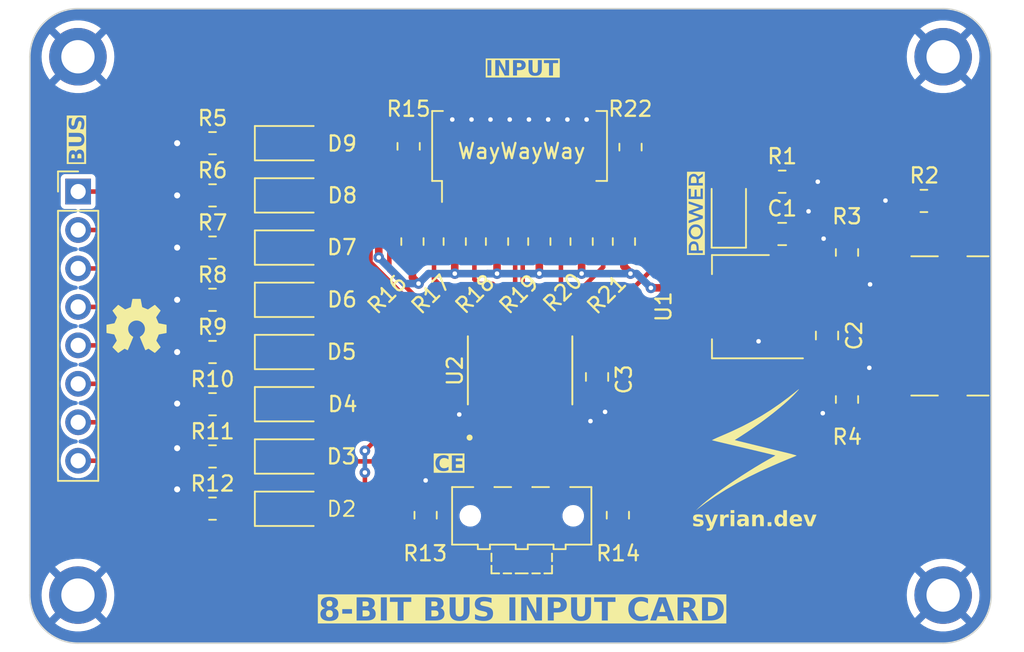
<source format=kicad_pcb>
(kicad_pcb (version 20221018) (generator pcbnew)
  (layers (0 "F.Cu" signal) (31 "B.Cu" power) (34 "B.Paste" user) (35 "F.Paste" user) (36 "B.SilkS" user "B.Silkscreen") (37 "F.SilkS" user "F.Silkscreen") (38 "B.Mask" user) (39 "F.Mask" user) (44 "Edge.Cuts" user))
  (net 0 "")
  (net 1 "VBUS")
  (net 2 "GND")
  (net 3 "VCC")
  (net 4 "Net-(U2-CE)")
  (net 5 "Net-(D1-K)")
  (net 6 "Net-(D2-K)")
  (net 7 "Net-(D2-A)")
  (net 8 "Net-(D3-K)")
  (net 9 "Net-(D3-A)")
  (net 10 "Net-(D4-K)")
  (net 11 "Net-(D4-A)")
  (net 12 "Net-(D5-K)")
  (net 13 "Net-(D5-A)")
  (net 14 "Net-(D6-K)")
  (net 15 "Net-(D6-A)")
  (net 16 "Net-(D7-K)")
  (net 17 "Net-(D7-A)")
  (net 18 "Net-(D8-K)")
  (net 19 "Net-(D8-A)")
  (net 20 "Net-(D9-K)")
  (net 21 "Net-(D9-A)")
  (net 22 "Net-(J1-CC1)")
  (net 23 "Net-(J1-CC2)")
  (net 24 "Net-(J1-SHIELD)")
  (net 25 "Net-(SW1-A)")
  (net 26 "Net-(SW1-B)")
  (net 27 "Net-(U2-B0)")
  (net 28 "Net-(U2-B1)")
  (net 29 "Net-(U2-B2)")
  (net 30 "Net-(U2-B3)")
  (net 31 "Net-(U2-B4)")
  (net 32 "Net-(U2-B5)")
  (net 33 "Net-(U2-B6)")
  (net 34 "Net-(U2-B7)")
  (footprint "LED_SMD:LED_1206_3216Metric" (layer "F.Cu") (at 134.344451 90.291017)
    (fp_text reference "D7")
    (fp_text value "GREEN")
  )
  (footprint "Resistor_SMD:R_0805_2012Metric" (layer "F.Cu") (at 156.4386 89.8925 -90)
    (fp_text reference "R21")
    (fp_text value "1k")
  )
  (footprint "Resistor_SMD:R_0805_2012Metric" (layer "F.Cu") (at 129.264451 93.739588)
    (fp_text reference "R8")
    (fp_text value "1k")
  )
  (footprint "LED_SMD:LED_1206_3216Metric" (layer "F.Cu") (at 134.344451 107.5436)
    (fp_text reference "D2")
    (fp_text value "GREEN")
  )
  (footprint "Capacitor_SMD:C_0805_2012Metric" (layer "F.Cu") (at 154.664451 98.832367 -90)
    (fp_text reference "C3")
    (fp_text value "22uF")
  )
  (footprint "Resistor_SMD:R_0805_2012Metric" (layer "F.Cu") (at 129.264451 83.393875)
    (fp_text reference "R5")
    (fp_text value "1k")
  )
  (footprint "Resistor_SMD:R_0805_2012Metric" (layer "F.Cu") (at 129.264451 97.188159)
    (fp_text reference "R9")
    (fp_text value "1k")
  )
  (footprint "Connector_PinHeader_2.54mm:PinHeader_1x08_P2.54mm_Vertical" (layer "F.Cu") (at 120.387374 86.588875)
    (fp_text reference "J2")
    (fp_text value "Pin Header")
  )
  (footprint "Resistor_SMD:R_0805_2012Metric" (layer "F.Cu") (at 171.174451 100.325438 -90)
    (fp_text reference "R4")
    (fp_text value "5.11K")
  )
  (footprint "Resistor_SMD:R_0805_2012Metric" (layer "F.Cu") (at 129.264451 107.533875)
    (fp_text reference "R12")
    (fp_text value "1k")
  )
  (footprint "Resistor_SMD:R_0805_2012Metric" (layer "F.Cu") (at 142.218451 83.602075 90)
    (fp_text reference "R15")
    (fp_text value "1k")
  )
  (footprint "LED_SMD:LED_1206_3216Metric" (layer "F.Cu") (at 163.367305 88.009608 90)
    (fp_text reference "D1" hide)
    (fp_text value "RED")
  )
  (footprint "Resistor_SMD:R_0805_2012Metric" (layer "F.Cu") (at 176.254451 87.208875 180)
    (fp_text reference "R2")
    (fp_text value "1M")
  )
  (footprint "Button_Switch_SMD:SW_SPDT_CK-JS102011SAQN" (layer "F.Cu") (at 149.689244 108.00921)
    (fp_text reference "SW1")
    (fp_text value "SW_Push_SPDT")
  )
  (footprint "LOGO" (layer "F.Cu") (at 124.245014 95.463086)
    (fp_text reference "G***")
    (fp_text value "LOGO" hide)
  )
  (footprint "Connector_USB:USB_C_Receptacle_GCT_USB4135-GF-A_6P_TopMnt_Horizontal" (layer "F.Cu") (at 177.524451 95.463875 90)
    (fp_text reference "J1")
    (fp_text value "USB-C Power Only")
  )
  (footprint "LED_SMD:LED_1206_3216Metric" (layer "F.Cu") (at 134.344451 100.6348)
    (fp_text reference "D4")
    (fp_text value "GREEN")
  )
  (footprint "proj_lib:SOP65P640X110-20N" (layer "F.Cu") (at 149.5806 98.3996 90)
    (fp_text reference "U2")
    (fp_text value "74HCT245")
  )
  (footprint "Package_TO_SOT_SMD:SOT-223-3_TabPin2" (layer "F.Cu") (at 164.164451 94.193875 180)
    (fp_text reference "U1")
    (fp_text value "AMS1117-5.0")
  )
  (footprint "MountingHole:MountingHole_2.2mm_M2_DIN965_Pad" (layer "F.Cu") (at 120.374451 113.243875)
    (fp_text reference "H2")
    (fp_text value "MountingHole")
  )
  (footprint "LED_SMD:LED_1206_3216Metric" (layer "F.Cu") (at 134.344451 83.393875)
    (fp_text reference "D9")
    (fp_text value "GREEN")
  )
  (footprint "Resistor_SMD:R_0805_2012Metric" (layer "F.Cu") (at 142.4686 89.8925 -90)
    (fp_text reference "R16")
    (fp_text value "1k")
  )
  (footprint "Resistor_SMD:R_0805_2012Metric" (layer "F.Cu") (at 153.6446 89.8925 -90)
    (fp_text reference "R20")
    (fp_text value "1k")
  )
  (footprint "Resistor_SMD:R_0805_2012Metric" (layer "F.Cu") (at 150.8506 89.8925 -90)
    (fp_text reference "R19")
    (fp_text value "1k")
  )
  (footprint "MountingHole:MountingHole_2.2mm_M2_DIN965_Pad" (layer "F.Cu") (at 120.374451 77.683875)
    (fp_text reference "H1")
    (fp_text value "MountingHole")
  )
  (footprint "LED_SMD:LED_1206_3216Metric" (layer "F.Cu") (at 134.344451 86.842446)
    (fp_text reference "D8")
    (fp_text value "GREEN")
  )
  (footprint "Resistor_SMD:R_0805_2012Metric" (layer "F.Cu") (at 145.2626 89.8925 -90)
    (fp_text reference "R17")
    (fp_text value "1k")
  )
  (footprint "Resistor_SMD:R_0805_2012Metric" (layer "F.Cu") (at 129.264451 86.842446)
    (fp_text reference "R6")
    (fp_text value "1k")
  )
  (footprint "Button_Switch_SMD:SW_DIP_SPSTx08_Slide_Omron_A6H-8101_W6.15mm_P1.27mm" (layer "F.Cu") (at 149.546351 83.57765 90)
    (fp_text reference "SW2")
    (fp_text value "SW_DIP_x08")
  )
  (footprint "Resistor_SMD:R_0805_2012Metric" (layer "F.Cu") (at 143.339244 107.965657 -90)
    (fp_text reference "R13")
    (fp_text value "1K")
  )
  (footprint "LED_SMD:LED_1206_3216Metric" (layer "F.Cu") (at 134.344451 104.0892)
    (fp_text reference "D3")
    (fp_text value "GREEN")
  )
  (footprint "LED_SMD:LED_1206_3216Metric" (layer "F.Cu") (at 134.344451 97.188159)
    (fp_text reference "D5")
    (fp_text value "GREEN")
  )
  (footprint "Resistor_SMD:R_0805_2012Metric" (layer "F.Cu") (at 129.264451 100.63673)
    (fp_text reference "R10")
    (fp_text value "1k")
  )
  (footprint "LOGO" (layer "F.Cu") (at 164.592 103.632)
    (fp_text reference "G***" hide)
    (fp_text value "LOGO" hide)
  )
  (footprint "Resistor_SMD:R_0805_2012Metric" (layer "F.Cu") (at 148.0566 89.8925 -90)
    (fp_text reference "R18")
    (fp_text value "1k")
  )
  (footprint "Resistor_SMD:R_0805_2012Metric" (layer "F.Cu") (at 156.874251 83.652875 90)
    (fp_text reference "R22")
    (fp_text value "1k")
  )
  (footprint "LED_SMD:LED_1206_3216Metric" (layer "F.Cu") (at 134.344451 93.739588)
    (fp_text reference "D6")
    (fp_text value "GREEN")
  )
  (footprint "Resistor_SMD:R_0805_2012Metric" (layer "F.Cu") (at 171.174451 90.61198 90)
    (fp_text reference "R3")
    (fp_text value "5.11K")
  )
  (footprint "MountingHole:MountingHole_2.2mm_M2_DIN965_Pad" (layer "F.Cu") (at 177.524451 113.243875)
    (fp_text reference "H4")
    (fp_text value "MountingHole")
  )
  (footprint "Resistor_SMD:R_0805_2012Metric" (layer "F.Cu") (at 156.039244 107.965657 90)
    (fp_text reference "R14")
    (fp_text value "1K")
  )
  (footprint "Resistor_SMD:R_0805_2012Metric" (layer "F.Cu") (at 129.264451 90.291017)
    (fp_text reference "R7")
    (fp_text value "1k")
  )
  (footprint "LOGO" (layer "F.Cu") (at 161.1884 88.0364 90)
    (fp_text reference "G***")
    (fp_text value "LOGO" hide)
  )
  (footprint "MountingHole:MountingHole_2.2mm_M2_DIN965_Pad" (layer "F.Cu") (at 177.524451 77.683875)
    (fp_text reference "H3")
    (fp_text value "MountingHole")
  )
  (footprint "Resistor_SMD:R_0805_2012Metric" (layer "F.Cu") (at 166.892451 85.938875 180)
    (fp_text reference "R1")
    (fp_text value "1K")
  )
  (footprint "Capacitor_SMD:C_0805_2012Metric" (layer "F.Cu") (at 169.854451 96.098875 -90)
    (fp_text reference "C2")
    (fp_text value "22uF")
  )
  (footprint "Capacitor_SMD:C_0805_2012Metric" (layer "F.Cu") (at 166.892451 89.392474)
    (fp_text reference "C1")
    (fp_text value "22uF")
  )
  (footprint "Resistor_SMD:R_0805_2012Metric" (layer "F.Cu") (at 129.264451 104.085301)
    (fp_text reference "R11")
    (fp_text value "1k")
  )
  (gr_arc (start 120.374451 116.418875) (mid 118.129387 115.488939) (end 117.199451 113.243875) (stroke (width 0.1)) (layer "Edge.Cuts"))
  (gr_line (start 177.524451 116.418875) (end 120.374451 116.418875) (stroke (width 0.1)) (layer "Edge.Cuts"))
  (gr_line (start 180.699451 77.683875) (end 180.699451 113.243875) (stroke (width 0.1)) (layer "Edge.Cuts"))
  (gr_line (start 117.199451 113.243875) (end 117.199451 77.683875) (stroke (width 0.1)) (layer "Edge.Cuts"))
  (gr_arc (start 180.699451 113.243875) (mid 179.769515 115.488939) (end 177.524451 116.418875) (stroke (width 0.1)) (layer "Edge.Cuts"))
  (gr_arc (start 117.199451 77.683875) (mid 118.129387 75.438811) (end 120.374451 74.508875) (stroke (width 0.1)) (layer "Edge.Cuts"))
  (gr_arc (start 177.524451 74.508875) (mid 179.769515 75.438811) (end 180.699451 77.683875) (stroke (width 0.1)) (layer "Edge.Cuts"))
  (gr_line (start 120.374451 74.508875) (end 177.524451 74.508875) (stroke (width 0.1)) (layer "Edge.Cuts"))
  (gr_text "8-BIT BUS INPUT CARD" (at 136.258593 115.17768) (layer "F.SilkS" knockout) (effects (font (size 1.5 1.5) (thickness 0.3) bold) (justify left bottom)))
  (gr_text "INPUT" (at 147.291013 79.0956) (layer "F.SilkS" knockout) (effects (font (size 1 1)) (justify left bottom)))
  (gr_text "syrian.dev" (at 160.9344 108.8644) (layer "F.SilkS") (effects (font (size 1 1) (thickness 0.125) bold) (justify left bottom)))
  (gr_text "BUS" (at 120.9548 84.7852 90) (layer "F.SilkS" knockout) (effects (font (size 1 1)) (justify left bottom)))
  (gr_text "CE" (at 143.9164 105.2068) (layer "F.SilkS" knockout) (effects (font (size 1 1)) (justify left bottom)))
  (gr_text "WayWayWay" (at 145.3642 84.5058) (layer "F.SilkS") (effects (font (size 1 1)) (justify left bottom)))
  (segment (start 171.457851 93.943875) (end 169.407851 91.893875) (width 0.5) (layer "F.Cu") (net 1))
  (segment (start 165.942451 90.521875) (end 167.314451 91.893875) (width 0.5) (layer "F.Cu") (net 1))
  (segment (start 174.491951 96.983875) (end 173.661951 96.983875) (width 0.5) (layer "F.Cu") (net 1))
  (segment (start 172.444451 95.766375) (end 172.444451 93.943875) (width 0.5) (layer "F.Cu") (net 1))
  (segment (start 173.661951 96.983875) (end 172.444451 95.766375) (width 0.5) (layer "F.Cu") (net 1))
  (segment (start 165.942451 89.392474) (end 165.942451 90.521875) (width 0.5) (layer "F.Cu") (net 1))
  (segment (start 169.407851 91.893875) (end 167.314451 91.893875) (width 0.5) (layer "F.Cu") (net 1))
  (segment (start 174.491951 93.943875) (end 171.457851 93.943875) (width 0.5) (layer "F.Cu") (net 1))
  (segment (start 174.491951 98.213875) (end 172.666251 98.213875) (width 0.5) (layer "F.Cu") (net 2))
  (segment (start 126.927651 97.191075) (end 128.349035 97.191075) (width 0.5) (layer "F.Cu") (net 2))
  (segment (start 169.244451 85.938875) (end 169.244051 85.938875) (width 0.5) (layer "F.Cu") (net 2))
  (segment (start 155.194 101.1428) (end 154.664451 100.613251) (width 0.5) (layer "F.Cu") (net 2))
  (segment (start 150.181351 81.813949) (end 150.1648 81.8305) (width 0.5) (layer "F.Cu") (net 2))
  (segment (start 148.911351 81.813949) (end 148.8948 81.8305) (width 0.5) (layer "F.Cu") (net 2))
  (segment (start 148.911351 80.50265) (end 148.911351 81.813949) (width 0.5) (layer "F.Cu") (net 2))
  (segment (start 169.5757 101.231124) (end 169.574251 101.229675) (width 0.5) (layer "F.Cu") (net 2))
  (segment (start 167.314451 96.493875) (end 168.089651 96.493875) (width 0.5) (layer "F.Cu") (net 2))
  (segment (start 167.641951 85.938875) (end 169.244451 85.938875) (width 0.5) (layer "F.Cu") (net 2))
  (segment (start 145.101351 80.50265) (end 145.101351 81.8305) (width 0.5) (layer "F.Cu") (net 2))
  (segment (start 126.927651 106.258875) (end 127.076951 106.258875) (width 0.5) (layer "F.Cu") (net 2))
  (segment (start 169.5757 101.237938) (end 169.5757 101.231124) (width 0.5) (layer "F.Cu") (net 2))
  (segment (start 147.641351 80.50265) (end 147.641351 81.813949) (width 0.5) (layer "F.Cu") (net 2))
  (segment (start 146.6556 101.2696) (end 145.607526 101.2696) (width 0.3) (layer "F.Cu") (net 2))
  (segment (start 143.339244 107.09671) (end 143.339244 105.672428) (width 0.5) (layer "F.Cu") (net 2))
  (segment (start 152.721351 81.813949) (end 152.7048 81.8305) (width 0.5) (layer "F.Cu") (net 2))
  (segment (start 128.349035 97.191075) (end 128.351951 97.188159) (width 0.5) (layer "F.Cu") (net 2))
  (segment (start 165.34464 96.492064) (end 165.332451 96.479875) (width 0.5) (layer "F.Cu") (net 2))
  (segment (start 128.309896 100.594675) (end 128.351951 100.63673) (width 0.5) (layer "F.Cu") (net 2))
  (segment (start 154.664451 100.613251) (end 154.664451 99.782367) (width 0.5) (layer "F.Cu") (net 2))
  (segment (start 168.089651 96.493875) (end 168.644651 97.048875) (width 0.5) (layer "F.Cu") (net 2))
  (segment (start 168.644651 97.048875) (end 169.854451 97.048875) (width 0.5) (layer "F.Cu") (net 2))
  (segment (start 153.991351 80.50265) (end 153.991351 81.813949) (width 0.5) (layer "F.Cu") (net 2))
  (segment (start 127.076951 106.258875) (end 128.351951 107.533875) (width 0.5) (layer "F.Cu") (net 2))
  (segment (start 165.34464 96.493875) (end 165.34464 96.492064) (width 0.5) (layer "F.Cu") (net 2))
  (segment (start 147.641351 81.813949) (end 147.6248 81.8305) (width 0.5) (layer "F.Cu") (net 2))
  (segment (start 153.746 101.2696) (end 154.2288 101.7524) (width 0.3) (layer "F.Cu") (net 2))
  (segment (start 126.927651 83.393875) (end 128.351951 83.393875) (width 0.5) (layer "F.Cu") (net 2))
  (segment (start 171.174451 89.69948) (end 169.6299 89.69948) (width 0.5) (layer "F.Cu") (net 2))
  (segment (start 151.451351 81.813949) (end 151.4348 81.8305) (width 0.5) (layer "F.Cu") (net 2))
  (segment (start 153.991351 81.813949) (end 153.9748 81.8305) (width 0.5) (layer "F.Cu") (net 2))
  (segment (start 172.666251 98.213875) (end 172.647651 98.232475) (width 0.5) (layer "F.Cu") (net 2))
  (segment (start 167.314451 96.493875) (end 165.34464 96.493875) (width 0.5) (layer "F.Cu") (net 2))
  (segment (start 150.181351 80.50265) (end 150.181351 81.813949) (width 0.5) (layer "F.Cu") (net 2))
  (segment (start 126.927651 86.842446) (end 128.351951 86.842446) (width 0.5) (layer "F.Cu") (net 2))
  (segment (start 126.927651 100.594675) (end 128.309896 100.594675) (width 0.5) (layer "F.Cu") (net 2))
  (segment (start 168.634451 87.843875) (end 168.634451 87.894675) (width 0.5) (layer "F.Cu") (net 2))
  (segment (start 168.634451 87.843875) (end 168.634451 88.600474) (width 0.5) (layer "F.Cu") (net 2))
  (segment (start 172.705251 92.713875) (end 172.698451 92.720675) (width 0.5) (layer "F.Cu") (net 2))
  (segment (start 127.807725 103.541075) (end 128.351951 104.085301) (width 0.5) (layer "F.Cu") (net 2))
  (segment (start 146.371351 80.50265) (end 146.371351 81.8305) (width 0.5) (layer "F.Cu") (net 2))
  (segment (start 175.341951 87.208875) (end 173.714451 87.208875) (width 0.5) (layer "F.Cu") (net 2))
  (segment (start 152.5056 101.2696) (end 153.746 101.2696) (width 0.3) (layer "F.Cu") (net 2))
  (segment (start 171.174451 101.237938) (end 169.5757 101.237938) (width 0.5) (layer "F.Cu") (net 2))
  (segment (start 169.622931 89.692511) (end 169.6299 89.69948) (width 0.5) (layer "F.Cu") (net 2))
  (segment (start 126.927651 90.291017) (end 128.351951 90.291017) (width 0.5) (layer "F.Cu") (net 2))
  (segment (start 152.721351 80.50265) (end 152.721351 81.813949) (width 0.5) (layer "F.Cu") (net 2))
  (segment (start 145.607526 101.2696) (end 145.561963 101.315163) (width 0.3) (layer "F.Cu") (net 2))
  (segment (start 174.491951 92.713875) (end 172.705251 92.713875) (width 0.5) (layer "F.Cu") (net 2))
  (segment (start 173.714451 87.208875) (end 173.714451 87.183475) (width 0.5) (layer "F.Cu") (net 2))
  (segment (start 126.927651 93.739588) (end 128.351951 93.739588) (width 0.5) (layer "F.Cu") (net 2))
  (segment (start 143.339244 105.672428) (end 143.340802 105.67087) (width 0.5) (layer "F.Cu") (net 2))
  (segment (start 151.451351 80.50265) (end 151.451351 81.813949) (width 0.5) (layer "F.Cu") (net 2))
  (segment (start 126.927651 103.541075) (end 127.807725 103.541075) (width 0.5) (layer "F.Cu") (net 2))
  (segment (start 168.634451 88.600474) (end 167.842451 89.392474) (width 0.5) (layer "F.Cu") (net 2))
  (via (at 126.927651 83.393875) (size 0.8) (drill 0.4) (layers "F.Cu" "B.Cu") (net 2))
  (via (at 143.340802 105.67087) (size 0.7) (drill 0.3) (layers "F.Cu" "B.Cu") (net 2))
  (via (at 126.927651 97.191075) (size 0.8) (drill 0.4) (layers "F.Cu" "B.Cu") (net 2))
  (via (at 165.332451 96.479875) (size 0.7) (drill 0.3) (layers "F.Cu" "B.Cu") (net 2))
  (via (at 146.371351 81.8305) (size 0.7) (drill 0.3) (layers "F.Cu" "B.Cu") (net 2))
  (via (at 172.698451 92.720675) (size 0.7) (drill 0.3) (layers "F.Cu" "B.Cu") (net 2))
  (via (at 126.927651 86.842446) (size 0.8) (drill 0.4) (layers "F.Cu" "B.Cu") (net 2))
  (via (at 126.927651 93.739588) (size 0.8) (drill 0.4) (layers "F.Cu" "B.Cu") (net 2))
  (via (at 126.927651 100.594675) (size 0.8) (drill 0.4) (layers "F.Cu" "B.Cu") (net 2))
  (via (at 126.927651 90.291017) (size 0.8) (drill 0.4) (layers "F.Cu" "B.Cu") (net 2))
  (via (at 173.714451 87.183475) (size 0.7) (drill 0.3) (layers "F.Cu" "B.Cu") (net 2))
  (via (at 148.8948 81.8305) (size 0.7) (drill 0.3) (layers "F.Cu" "B.Cu") (net 2))
  (via (at 155.194 101.1428) (size 0.7) (drill 0.3) (layers "F.Cu" "B.Cu") (net 2))
  (via (at 169.574251 101.229675) (size 0.7) (drill 0.3) (layers "F.Cu" "B.Cu") (net 2))
  (via (at 152.7048 81.8305) (size 0.7) (drill 0.3) (layers "F.Cu" "B.Cu") (net 2))
  (via (at 126.927651 103.541075) (size 0.8) (drill 0.4) (layers "F.Cu" "B.Cu") (net 2))
  (via (at 126.927651 106.258875) (size 0.8) (drill 0.4) (layers "F.Cu" "B.Cu") (net 2))
  (via (at 151.4348 81.8305) (size 0.7) (drill 0.3) (layers "F.Cu" "B.Cu") (net 2))
  (via (at 168.634451 87.894675) (size 0.7) (drill 0.3) (layers "F.Cu" "B.Cu") (net 2))
  (via (at 145.561963 101.315163) (size 0.7) (drill 0.3) (layers "F.Cu" "B.Cu") (net 2))
  (via (at 169.244051 85.938875) (size 0.7) (drill 0.3) (layers "F.Cu" "B.Cu") (net 2))
  (via (at 147.6248 81.8305) (size 0.7) (drill 0.3) (layers "F.Cu" "B.Cu") (net 2))
  (via (at 169.6299 89.69948) (size 0.7) (drill 0.3) (layers "F.Cu" "B.Cu") (net 2))
  (via (at 172.647651 98.232475) (size 0.7) (drill 0.3) (layers "F.Cu" "B.Cu") (net 2))
  (via (at 150.1648 81.8305) (size 0.7) (drill 0.3) (layers "F.Cu" "B.Cu") (net 2))
  (via (at 153.9748 81.8305) (size 0.7) (drill 0.3) (layers "F.Cu" "B.Cu") (net 2))
  (via (at 154.2288 101.7524) (size 0.7) (drill 0.3) (layers "F.Cu" "B.Cu") (net 2))
  (via (at 145.101351 81.8305) (size 0.7) (drill 0.3) (layers "F.Cu" "B.Cu") (net 2))
  (segment (start 142.633869 94.193875) (end 139.6746 91.234606) (width 0.3) (layer "F.Cu") (net 3))
  (segment (start 161.014451 94.193875) (end 161.014451 84.033875) (width 0.5) (layer "F.Cu") (net 3))
  (segment (start 158.220451 92.949275) (end 159.769851 92.949275) (width 0.5) (layer "F.Cu") (net 3))
  (segment (start 159.610576 82.63) (end 142.0076 82.63) (width 0.5) (layer "F.Cu") (net 3))
  (segment (start 159.769851 92.949275) (end 161.014451 94.193875) (width 0.5) (layer "F.Cu") (net 3))
  (segment (start 158.474451 109.433875) (end 158.474451 96.733875) (width 0.5) (layer "F.Cu") (net 3))
  (segment (start 156.4386 91.523024) (end 156.906716 91.99114) (width 0.5) (layer "F.Cu") (net 3))
  (segment (start 142.0076 82.63) (end 139.602251 85.035349) (width 0.5) (layer "F.Cu") (net 3))
  (segment (start 140.2451 90.086924) (end 139.602251 89.444075) (width 0.5) (layer "F.Cu") (net 3))
  (segment (start 156.906716 91.99114) (end 156.888735 91.99114) (width 0.5) (layer "F.Cu") (net 3))
  (segment (start 145.879244 94.193875) (end 142.633869 94.193875) (width 0.3) (layer "F.Cu") (net 3))
  (segment (start 161.014451 84.033875) (end 159.610576 82.63) (width 0.5) (layer "F.Cu") (net 3))
  (segment (start 152.142301 107.598508) (end 152.129244 107.611565) (width 0.5) (layer "F.Cu") (net 3))
  (segment (start 152.129244 107.611565) (end 152.129244 109.337068) (width 0.5) (layer "F.Cu") (net 3))
  (segment (start 153.496051 110.703875) (end 157.204451 110.703875) (width 0.5) (layer "F.Cu") (net 3))
  (segment (start 145.2626 90.805) (end 145.2626 92.005624) (width 0.5) (layer "F.Cu") (net 3))
  (segment (start 157.204451 110.703875) (end 158.474451 109.433875) (width 0.5) (layer "F.Cu") (net 3))
  (segment (start 153.6446 90.805) (end 153.6446 92.005624) (width 0.5) (layer "F.Cu") (net 3))
  (segment (start 152.142301 105.25921) (end 152.142301 107.598508) (width 0.5) (layer "F.Cu") (net 3))
  (segment (start 146.6556 95.5296) (end 146.6556 94.970231) (width 0.3) (layer "F.Cu") (net 3))
  (segment (start 167.314451 94.193875) (end 169.376951 94.193875) (width 0.5) (layer "F.Cu") (net 3))
  (segment (start 163.367305 86.386729) (end 161.014451 84.033875) (width 0.5) (layer "F.Cu") (net 3))
  (segment (start 145.2626 92.005624) (end 145.266451 92.009475) (width 0.5) (layer "F.Cu") (net 3))
  (segment (start 142.4686 92.261546) (end 142.872761 92.665707) (width 0.5) (layer "F.Cu") (net 3))
  (segment (start 148.0566 91.987926) (end 148.035051 92.009475) (width 0.5) (layer "F.Cu") (net 3))
  (segment (start 146.6556 94.970231) (end 145.879244 94.193875) (width 0.3) (layer "F.Cu") (net 3))
  (segment (start 139.602251 85.035349) (end 139.602251 89.444075) (width 0.5) (layer "F.Cu") (net 3))
  (segment (start 142.4686 90.805) (end 142.4686 92.261546) (width 0.5) (layer "F.Cu") (net 3))
  (segment (start 158.474451 96.733875) (end 161.014451 94.193875) (width 0.5) (layer "F.Cu") (net 3))
  (segment (start 148.0566 90.805) (end 148.0566 91.987926) (width 0.5) (layer "F.Cu") (net 3))
  (segment (start 169.376951 94.193875) (end 169.854451 94.671375) (width 0.5) (layer "F.Cu") (net 3))
  (segment (start 140.2451 90.942675) (end 140.2451 90.086924) (width 0.5) (layer "F.Cu") (net 3))
  (segment (start 152.129244 109.337068) (end 153.496051 110.703875) (width 0.5) (layer "F.Cu") (net 3))
  (segment (start 169.854451 94.671375) (end 169.854451 95.148875) (width 0.5) (layer "F.Cu") (net 3))
  (segment (start 139.602251 89.444075) (end 139.602251 91.090151) (width 0.5) (layer "F.Cu") (net 3))
  (segment (start 163.367305 86.609608) (end 163.367305 86.386729) (width 0.5) (layer "F.Cu") (net 3))
  (segment (start 156.888735 91.99114) (end 156.8704 92.009475) (width 0.5) (layer "F.Cu") (net 3))
  (segment (start 156.4386 90.805) (end 156.4386 91.523024) (width 0.5) (layer "F.Cu") (net 3))
  (segment (start 150.8506 90.805) (end 150.8506 92.005624) (width 0.5) (layer "F.Cu") (net 3))
  (via (at 148.0566 92.009475) (size 0.7) (drill 0.3) (layers "F.Cu" "B.Cu") (net 3))
  (via (at 158.220451 92.949275) (size 0.7) (drill 0.3) (layers "F.Cu" "B.Cu") (net 3))
  (via (at 142.872761 92.665707) (size 0.7) (drill 0.3) (layers "F.Cu" "B.Cu") (net 3))
  (via (at 140.2451 90.942675) (size 0.7) (drill 0.3) (layers "F.Cu" "B.Cu") (net 3))
  (via (at 145.266451 92.009475) (size 0.7) (drill 0.3) (layers "F.Cu" "B.Cu") (net 3))
  (via (at 156.8704 92.009475) (size 0.7) (drill 0.3) (layers "F.Cu" "B.Cu") (net 3))
  (via (at 150.8506 92.005624) (size 0.7) (drill 0.3) (layers "F.Cu" "B.Cu") (net 3))
  (via (at 153.6446 92.005624) (size 0.7) (drill 0.3) (layers "F.Cu" "B.Cu") (net 3))
  (segment (start 156.8704 92.009475) (end 157.280651 92.009475) (width 0.5) (layer "B.Cu") (net 3))
  (segment (start 157.280651 92.009475) (end 158.220451 92.949275) (width 0.5) (layer "B.Cu") (net 3))
  (segment (start 143.528993 92.009475) (end 142.872761 92.665707) (width 0.5) (layer "B.Cu") (net 3))
  (segment (start 147.425451 92.009475) (end 145.266451 92.009475) (width 0.5) (layer "B.Cu") (net 3))
  (segment (start 145.266451 92.009475) (end 143.528993 92.009475) (width 0.5) (layer "B.Cu") (net 3))
  (segment (start 147.425451 92.009475) (end 156.8704 92.009475) (width 0.5) (layer "B.Cu") (net 3))
  (segment (start 148.035051 92.009475) (end 147.425451 92.009475) (width 0.5) (layer "B.Cu") (net 3))
  (segment (start 141.968132 92.665707) (end 142.872761 92.665707) (width 0.5) (layer "B.Cu") (net 3))
  (segment (start 140.2451 90.942675) (end 141.968132 92.665707) (width 0.5) (layer "B.Cu") (net 3))
  (segment (start 150.8252 96.8248) (end 151.369275 97.368875) (width 0.3) (layer "F.Cu") (net 4))
  (segment (start 147.3056 95.5296) (end 147.3056 96.350752) (width 0.3) (layer "F.Cu") (net 4))
  (segment (start 155.934451 98.003875) (end 156.569451 98.638875) (width 0.3) (layer "F.Cu") (net 4))
  (segment (start 156.569451 98.638875) (end 156.569451 105.253749) (width 0.3) (layer "F.Cu") (net 4))
  (segment (start 154.258032 97.368875) (end 154.893032 98.003875) (width 0.3) (layer "F.Cu") (net 4))
  (segment (start 154.893032 98.003875) (end 155.934451 98.003875) (width 0.3) (layer "F.Cu") (net 4))
  (segment (start 147.779648 96.8248) (end 150.8252 96.8248) (width 0.3) (layer "F.Cu") (net 4))
  (segment (start 156.569451 105.253749) (end 156.039244 105.783956) (width 0.3) (layer "F.Cu") (net 4))
  (segment (start 156.039244 105.783956) (end 156.039244 107.09671) (width 0.3) (layer "F.Cu") (net 4))
  (segment (start 151.369275 97.368875) (end 154.258032 97.368875) (width 0.3) (layer "F.Cu") (net 4))
  (segment (start 147.3056 96.350752) (end 147.779648 96.8248) (width 0.3) (layer "F.Cu") (net 4))
  (segment (start 165.816951 87.216054) (end 163.367305 89.6657) (width 0.3) (layer "F.Cu") (net 5))
  (segment (start 165.816951 85.938875) (end 165.816951 87.216054) (width 0.3) (layer "F.Cu") (net 5))
  (segment (start 130.176951 107.533875) (end 132.944451 107.533875) (width 0.3) (layer "F.Cu") (net 6))
  (segment (start 146.833251 102.736275) (end 140.303734 102.736275) (width 0.3) (layer "F.Cu") (net 7))
  (segment (start 133.844451 109.433875) (end 135.744451 107.533875) (width 0.3) (layer "F.Cu") (net 7))
  (segment (start 147.3056 102.263926) (end 146.833251 102.736275) (width 0.3) (layer "F.Cu") (net 7))
  (segment (start 147.3056 101.2696) (end 147.3056 102.263926) (width 0.3) (layer "F.Cu") (net 7))
  (segment (start 127.511851 109.433875) (end 133.844451 109.433875) (width 0.3) (layer "F.Cu") (net 7))
  (segment (start 135.744451 107.533875) (end 138.327251 107.533875) (width 0.3) (layer "F.Cu") (net 7))
  (segment (start 120.374451 104.368875) (end 123.843851 104.368875) (width 0.3) (layer "F.Cu") (net 7))
  (segment (start 139.328419 106.532707) (end 139.328419 105.148113) (width 0.3) (layer "F.Cu") (net 7))
  (segment (start 126.673651 107.198675) (end 126.673651 108.595675) (width 0.3) (layer "F.Cu") (net 7))
  (segment (start 123.843851 104.368875) (end 126.673651 107.198675) (width 0.3) (layer "F.Cu") (net 7))
  (segment (start 140.303734 102.736275) (end 139.327972 103.712037) (width 0.3) (layer "F.Cu") (net 7))
  (segment (start 126.673651 108.595675) (end 127.511851 109.433875) (width 0.3) (layer "F.Cu") (net 7))
  (segment (start 138.327251 107.533875) (end 139.328419 106.532707) (width 0.3) (layer "F.Cu") (net 7))
  (via (at 139.328419 105.148113) (size 0.7) (drill 0.3) (layers "F.Cu" "B.Cu") (net 7))
  (via (at 139.328419 103.712037) (size 0.7) (drill 0.3) (layers "F.Cu" "B.Cu") (net 7))
  (segment (start 139.327972 103.712037) (end 139.327972 105.147666) (width 0.3) (layer "B.Cu") (net 7))
  (segment (start 130.176951 104.085301) (end 132.944451 104.085301) (width 0.3) (layer "F.Cu") (net 8))
  (segment (start 147.9556 102.325126) (end 147.044451 103.236275) (width 0.3) (layer "F.Cu") (net 9))
  (segment (start 137.758877 104.085301) (end 135.744451 104.085301) (width 0.3) (layer "F.Cu") (net 9))
  (segment (start 135.744451 104.085301) (end 133.850277 105.979475) (width 0.3) (layer "F.Cu") (net 9))
  (segment (start 123.843851 101.828875) (end 120.374451 101.828875) (width 0.3) (layer "F.Cu") (net 9))
  (segment (start 127.994451 105.979475) (end 123.843851 101.828875) (width 0.3) (layer "F.Cu") (net 9))
  (segment (start 138.085613 104.412037) (end 137.758877 104.085301) (width 0.3) (layer "F.Cu") (net 9))
  (segment (start 147.9556 101.2696) (end 147.9556 102.325126) (width 0.3) (layer "F.Cu") (net 9))
  (segment (start 133.850277 105.979475) (end 127.994451 105.979475) (width 0.3) (layer "F.Cu") (net 9))
  (segment (start 141.177051 103.236275) (end 140.001289 104.412037) (width 0.3) (layer "F.Cu") (net 9))
  (segment (start 147.044451 103.236275) (end 141.177051 103.236275) (width 0.3) (layer "F.Cu") (net 9))
  (segment (start 140.001289 104.412037) (end 138.085613 104.412037) (width 0.3) (layer "F.Cu") (net 9))
  (segment (start 130.176951 100.63673) (end 132.944451 100.63673) (width 0.3) (layer "F.Cu") (net 10))
  (segment (start 137.426596 100.63673) (end 138.698526 99.3648) (width 0.25) (layer "F.Cu") (net 11))
  (segment (start 120.374451 99.288875) (end 123.894651 99.288875) (width 0.3) (layer "F.Cu") (net 11))
  (segment (start 127.029251 102.423475) (end 133.957706 102.423475) (width 0.3) (layer "F.Cu") (net 11))
  (segment (start 145.858396 99.3648) (end 146.043396 99.5498) (width 0.25) (layer "F.Cu") (net 11))
  (segment (start 148.6056 99.736) (end 148.6056 101.2696) (width 0.25) (layer "F.Cu") (net 11))
  (segment (start 133.957706 102.423475) (end 135.744451 100.63673) (width 0.3) (layer "F.Cu") (net 11))
  (segment (start 148.4194 99.5498) (end 148.6056 99.736) (width 0.25) (layer "F.Cu") (net 11))
  (segment (start 138.698526 99.3648) (end 145.858396 99.3648) (width 0.25) (layer "F.Cu") (net 11))
  (segment (start 146.043396 99.5498) (end 148.4194 99.5498) (width 0.25) (layer "F.Cu") (net 11))
  (segment (start 135.744451 100.63673) (end 137.426596 100.63673) (width 0.25) (layer "F.Cu") (net 11))
  (segment (start 123.894651 99.288875) (end 127.029251 102.423475) (width 0.3) (layer "F.Cu") (net 11))
  (segment (start 130.176951 97.188159) (end 132.944451 97.188159) (width 0.3) (layer "F.Cu") (net 12))
  (segment (start 133.912735 99.019875) (end 135.744451 97.188159) (width 0.3) (layer "F.Cu") (net 13))
  (segment (start 123.894651 96.748875) (end 126.165651 99.019875) (width 0.3) (layer "F.Cu") (net 13))
  (segment (start 126.165651 99.019875) (end 133.912735 99.019875) (width 0.3) (layer "F.Cu") (net 13))
  (segment (start 120.374451 96.748875) (end 123.894651 96.748875) (width 0.3) (layer "F.Cu") (net 13))
  (segment (start 135.744451 97.188159) (end 135.933735 96.998875) (width 0.25) (layer "F.Cu") (net 13))
  (segment (start 148.833 99.0998) (end 149.2556 99.5224) (width 0.25) (layer "F.Cu") (net 13))
  (segment (start 144.128867 96.998875) (end 146.229792 99.0998) (width 0.25) (layer "F.Cu") (net 13))
  (segment (start 149.2556 99.5224) (end 149.2556 101.2696) (width 0.25) (layer "F.Cu") (net 13))
  (segment (start 146.229792 99.0998) (end 148.833 99.0998) (width 0.25) (layer "F.Cu") (net 13))
  (segment (start 135.933735 96.998875) (end 144.128867 96.998875) (width 0.25) (layer "F.Cu") (net 13))
  (segment (start 130.176951 93.739588) (end 132.944451 93.739588) (width 0.3) (layer "F.Cu") (net 14))
  (segment (start 133.943964 95.540075) (end 135.744451 93.739588) (width 0.3) (layer "F.Cu") (net 15))
  (segment (start 120.374451 94.208875) (end 123.894651 94.208875) (width 0.3) (layer "F.Cu") (net 15))
  (segment (start 142.338613 96.548875) (end 144.315263 96.548875) (width 0.25) (layer "F.Cu") (net 15))
  (segment (start 146.416188 98.6498) (end 149.3482 98.6498) (width 0.25) (layer "F.Cu") (net 15))
  (segment (start 149.3482 98.6498) (end 149.9056 99.2072) (width 0.25) (layer "F.Cu") (net 15))
  (segment (start 125.225851 95.540075) (end 133.943964 95.540075) (width 0.3) (layer "F.Cu") (net 15))
  (segment (start 149.9056 99.2072) (end 149.9056 101.2696) (width 0.25) (layer "F.Cu") (net 15))
  (segment (start 123.894651 94.208875) (end 125.225851 95.540075) (width 0.3) (layer "F.Cu") (net 15))
  (segment (start 139.529326 93.739588) (end 142.338613 96.548875) (width 0.25) (layer "F.Cu") (net 15))
  (segment (start 144.315263 96.548875) (end 146.416188 98.6498) (width 0.25) (layer "F.Cu") (net 15))
  (segment (start 135.744451 93.739588) (end 139.529326 93.739588) (width 0.25) (layer "F.Cu") (net 15))
  (segment (start 130.176951 90.291017) (end 132.944451 90.291017) (width 0.3) (layer "F.Cu") (net 16))
  (segment (start 137.704451 91.278316) (end 142.52501 96.098875) (width 0.25) (layer "F.Cu") (net 17))
  (segment (start 124.311451 92.085675) (end 133.949793 92.085675) (width 0.3) (layer "F.Cu") (net 17))
  (segment (start 150.0666 98.1998) (end 150.5556 98.6888) (width 0.25) (layer "F.Cu") (net 17))
  (segment (start 120.374451 91.668875) (end 123.894651 91.668875) (width 0.3) (layer "F.Cu") (net 17))
  (segment (start 150.5556 98.6888) (end 150.5556 101.2696) (width 0.25) (layer "F.Cu") (net 17))
  (segment (start 146.602584 98.1998) (end 150.0666 98.1998) (width 0.25) (layer "F.Cu") (net 17))
  (segment (start 135.744451 90.291017) (end 137.223393 90.291017) (width 0.25) (layer "F.Cu") (net 17))
  (segment (start 137.223393 90.291017) (end 137.704451 90.772075) (width 0.25) (layer "F.Cu") (net 17))
  (segment (start 123.894651 91.668875) (end 124.311451 92.085675) (width 0.3) (layer "F.Cu") (net 17))
  (segment (start 137.704451 90.772075) (end 137.704451 91.278316) (width 0.25) (layer "F.Cu") (net 17))
  (segment (start 133.949793 92.085675) (end 135.744451 90.291017) (width 0.3) (layer "F.Cu") (net 17))
  (segment (start 142.52501 96.098875) (end 144.501659 96.098875) (width 0.25) (layer "F.Cu") (net 17))
  (segment (start 144.501659 96.098875) (end 146.602584 98.1998) (width 0.25) (layer "F.Cu") (net 17))
  (segment (start 130.176951 86.842446) (end 132.944451 86.842446) (width 0.3) (layer "F.Cu") (net 18))
  (segment (start 134.006422 88.580475) (end 135.744451 86.842446) (width 0.3) (layer "F.Cu") (net 19))
  (segment (start 120.374451 89.128875) (end 123.890051 89.128875) (width 0.3) (layer "F.Cu") (net 19))
  (segment (start 138.154451 91.09192) (end 142.711406 95.648875) (width 0.25) (layer "F.Cu") (net 19))
  (segment (start 142.711406 95.648875) (end 144.688055 95.648875) (width 0.25) (layer "F.Cu") (net 19))
  (segment (start 144.688055 95.648875) (end 146.78898 97.7498) (width 0.25) (layer "F.Cu") (net 19))
  (segment (start 137.671851 86.853275) (end 138.154451 87.335875) (width 0.25) (layer "F.Cu") (net 19))
  (segment (start 150.4294 97.7498) (end 151.2056 98.526) (width 0.25) (layer "F.Cu") (net 19))
  (segment (start 146.78898 97.7498) (end 150.4294 97.7498) (width 0.25) (layer "F.Cu") (net 19))
  (segment (start 138.154451 87.335875) (end 138.154451 91.09192) (width 0.25) (layer "F.Cu") (net 19))
  (segment (start 151.2056 98.526) (end 151.2056 101.2696) (width 0.25) (layer "F.Cu") (net 19))
  (segment (start 123.890051 89.128875) (end 124.438451 88.580475) (width 0.3) (layer "F.Cu") (net 19))
  (segment (start 124.438451 88.580475) (end 134.006422 88.580475) (width 0.3) (layer "F.Cu") (net 19))
  (segment (start 136.038422 86.853275) (end 137.671851 86.853275) (width 0.25) (layer "F.Cu") (net 19))
  (segment (start 130.176951 83.393875) (end 132.944451 83.393875) (width 0.3) (layer "F.Cu") (net 20))
  (segment (start 151.8556 98.526952) (end 151.8556 101.2696) (width 0.25) (layer "F.Cu") (net 21))
  (segment (start 146.975376 97.2998) (end 150.628448 97.2998) (width 0.25) (layer "F.Cu") (net 21))
  (segment (start 134.037651 85.100675) (end 135.744451 83.393875) (width 0.3) (layer "F.Cu") (net 21))
  (segment (start 123.864651 86.588875) (end 125.352851 85.100675) (width 0.3) (layer "F.Cu") (net 21))
  (segment (start 125.352851 85.100675) (end 134.037651 85.100675) (width 0.3) (layer "F.Cu") (net 21))
  (segment (start 144.874451 95.198875) (end 146.975376 97.2998) (width 0.25) (layer "F.Cu") (net 21))
  (segment (start 138.789451 91.090524) (end 142.897802 95.198875) (width 0.25) (layer "F.Cu") (net 21))
  (segment (start 138.261051 83.393875) (end 135.744451 83.393875) (width 0.3) (layer "F.Cu") (net 21))
  (segment (start 138.789451 83.881475) (end 138.789451 91.090524) (width 0.25) (layer "F.Cu") (net 21))
  (segment (start 150.628448 97.2998) (end 151.8556 98.526952) (width 0.25) (layer "F.Cu") (net 21))
  (segment (start 138.281451 83.373475) (end 138.789451 83.881475) (width 0.25) (layer "F.Cu") (net 21))
  (segment (start 142.897802 95.198875) (end 144.874451 95.198875) (width 0.25) (layer "F.Cu") (net 21))
  (segment (start 120.374451 86.588875) (end 123.864651 86.588875) (width 0.3) (layer "F.Cu") (net 21))
  (segment (start 171.174451 99.631375) (end 171.682472 99.123354) (width 0.3) (layer "F.Cu") (net 22))
  (segment (start 171.682472 99.123354) (end 176.200518 99.123354) (width 0.3) (layer "F.Cu") (net 22))
  (segment (start 176.200518 99.123354) (end 176.200518 96.772442) (width 0.3) (layer "F.Cu") (net 22))
  (segment (start 176.200518 96.772442) (end 175.391951 95.963875) (width 0.3) (layer "F.Cu") (net 22))
  (segment (start 175.391951 95.963875) (end 174.491951 95.963875) (width 0.3) (layer "F.Cu") (net 22))
  (segment (start 176.115346 94.24048) (end 175.391951 94.963875) (width 0.3) (layer "F.Cu") (net 23))
  (segment (start 175.391951 94.963875) (end 174.491951 94.963875) (width 0.3) (layer "F.Cu") (net 23))
  (segment (start 176.115346 91.757928) (end 176.115346 94.24048) (width 0.3) (layer "F.Cu") (net 23))
  (segment (start 171.379793 91.757928) (end 176.115346 91.757928) (width 0.3) (layer "F.Cu") (net 23))
  (segment (start 171.146345 91.52448) (end 171.379793 91.757928) (width 0.3) (layer "F.Cu") (net 23))
  (segment (start 174.546951 100.588875) (end 178.126951 100.588875) (width 0.5) (layer "F.Cu") (net 24))
  (segment (start 177.166951 89.378875) (end 178.126951 90.338875) (width 0.5) (layer "F.Cu") (net 24))
  (segment (start 177.166951 87.208875) (end 177.166951 89.378875) (width 0.5) (layer "F.Cu") (net 24))
  (segment (start 178.126951 100.588875) (end 178.126951 90.338875) (width 0.5) (layer "F.Cu") (net 24))
  (segment (start 174.546951 90.338875) (end 178.126951 90.338875) (width 0.5) (layer "F.Cu") (net 24))
  (segment (start 144.076816 108.92171) (end 147.001744 105.996782) (width 0.3) (layer "F.Cu") (net 25))
  (segment (start 147.001744 105.996782) (end 147.001744 105.25921) (width 0.3) (layer "F.Cu") (net 25))
  (segment (start 143.339244 108.92171) (end 144.076816 108.92171) (width 0.3) (layer "F.Cu") (net 25))
  (segment (start 151.062889 103.154837) (end 153.254323 103.154837) (width 0.3) (layer "F.Cu") (net 26))
  (segment (start 154.746803 104.647317) (end 154.746803 108.141434) (width 0.3) (layer "F.Cu") (net 26))
  (segment (start 149.642301 104.575425) (end 151.062889 103.154837) (width 0.3) (layer "F.Cu") (net 26))
  (segment (start 149.642301 105.25921) (end 149.642301 104.575425) (width 0.3) (layer "F.Cu") (net 26))
  (segment (start 154.746803 108.141434) (end 155.527079 108.92171) (width 0.3) (layer "F.Cu") (net 26))
  (segment (start 153.254323 103.154837) (end 154.746803 104.647317) (width 0.3) (layer "F.Cu") (net 26))
  (segment (start 155.527079 108.92171) (end 156.039244 108.92171) (width 0.3) (layer "F.Cu") (net 26))
  (segment (start 142.840975 93.693875) (end 147.358081 93.693875) (width 0.3) (layer "F.Cu") (net 27))
  (segment (start 147.358081 93.693875) (end 147.9556 94.291394) (width 0.3) (layer "F.Cu") (net 27))
  (segment (start 141.5796 84.455) (end 144.3971 84.455) (width 0.3) (layer "F.Cu") (net 27))
  (segment (start 144.3971 84.455) (end 145.1121 85.17) (width 0.3) (layer "F.Cu") (net 27))
  (segment (start 142.27945 86.65265) (end 140.9446 87.9875) (width 0.3) (layer "F.Cu") (net 27))
  (segment (start 140.9446 91.7975) (end 142.840975 93.693875) (width 0.3) (layer "F.Cu") (net 27))
  (segment (start 145.1121 86.65265) (end 142.27945 86.65265) (width 0.3) (layer "F.Cu") (net 27))
  (segment (start 140.9446 87.9875) (end 140.9446 91.7975) (width 0.3) (layer "F.Cu") (net 27))
  (segment (start 145.1121 85.17) (end 145.1121 86.65265) (width 0.3) (layer "F.Cu") (net 27))
  (segment (start 147.9556 94.291394) (end 147.9556 95.5296) (width 0.3) (layer "F.Cu") (net 27))
  (segment (start 148.6056 94.234287) (end 148.6056 95.5296) (width 0.3) (layer "F.Cu") (net 28))
  (segment (start 146.3821 86.89765) (end 145.29225 87.9875) (width 0.3) (layer "F.Cu") (net 28))
  (segment (start 147.565188 93.193875) (end 148.6056 94.234287) (width 0.3) (layer "F.Cu") (net 28))
  (segment (start 143.894851 92.365075) (end 144.723651 93.193875) (width 0.3) (layer "F.Cu") (net 28))
  (segment (start 142.4686 88.98) (end 143.894851 90.406251) (width 0.3) (layer "F.Cu") (net 28))
  (segment (start 146.3821 86.65265) (end 146.3821 86.89765) (width 0.3) (layer "F.Cu") (net 28))
  (segment (start 143.4611 87.9875) (end 142.4686 88.98) (width 0.3) (layer "F.Cu") (net 28))
  (segment (start 145.29225 87.9875) (end 143.4611 87.9875) (width 0.3) (layer "F.Cu") (net 28))
  (segment (start 143.894851 90.406251) (end 143.894851 92.365075) (width 0.3) (layer "F.Cu") (net 28))
  (segment (start 144.723651 93.193875) (end 147.565188 93.193875) (width 0.3) (layer "F.Cu") (net 28))
  (segment (start 149.2556 94.17718) (end 149.2556 95.5296) (width 0.3) (layer "F.Cu") (net 29))
  (segment (start 147.6521 87.871226) (end 147.552451 87.970875) (width 0.3) (layer "F.Cu") (net 29))
  (segment (start 146.561851 92.390475) (end 146.865251 92.693875) (width 0.3) (layer "F.Cu") (net 29))
  (segment (start 147.552451 87.970875) (end 146.257051 87.970875) (width 0.3) (layer "F.Cu") (net 29))
  (segment (start 147.6521 86.65265) (end 147.6521 87.871226) (width 0.3) (layer "F.Cu") (net 29))
  (segment (start 146.561851 90.279251) (end 146.561851 92.390475) (width 0.3) (layer "F.Cu") (net 29))
  (segment (start 146.865251 92.693875) (end 147.772295 92.693875) (width 0.3) (layer "F.Cu") (net 29))
  (segment (start 145.2626 88.98) (end 146.561851 90.279251) (width 0.3) (layer "F.Cu") (net 29))
  (segment (start 145.2626 88.965326) (end 145.2626 88.98) (width 0.3) (layer "F.Cu") (net 29))
  (segment (start 147.772295 92.693875) (end 149.2556 94.17718) (width 0.3) (layer "F.Cu") (net 29))
  (segment (start 146.257051 87.970875) (end 145.2626 88.965326) (width 0.3) (layer "F.Cu") (net 29))
  (segment (start 148.9221 86.65265) (end 148.9221 88.1145) (width 0.3) (layer "F.Cu") (net 30))
  (segment (start 149.254251 90.177651) (end 149.254251 93.381075) (width 0.3) (layer "F.Cu") (net 30))
  (segment (start 149.9056 94.032424) (end 149.9056 95.5296) (width 0.3) (layer "F.Cu") (net 30))
  (segment (start 148.0566 88.98) (end 149.254251 90.177651) (width 0.3) (layer "F.Cu") (net 30))
  (segment (start 148.9221 88.1145) (end 148.0566 88.98) (width 0.3) (layer "F.Cu") (net 30))
  (segment (start 149.254251 93.381075) (end 149.9056 94.032424) (width 0.3) (layer "F.Cu") (net 30))
  (segment (start 150.5556 93.975318) (end 150.5556 95.5296) (width 0.3) (layer "F.Cu") (net 31))
  (segment (start 150.8506 88.779824) (end 150.8506 88.98) (width 0.3) (layer "F.Cu") (net 31))
  (segment (start 149.754251 93.173969) (end 150.5556 93.975318) (width 0.3) (layer "F.Cu") (net 31))
  (segment (start 150.1921 88.121324) (end 150.8506 88.779824) (width 0.3) (layer "F.Cu") (net 31))
  (segment (start 149.754251 90.188675) (end 149.754251 93.173969) (width 0.3) (layer "F.Cu") (net 31))
  (segment (start 150.8506 88.98) (end 150.8506 89.092326) (width 0.3) (layer "F.Cu") (net 31))
  (segment (start 150.8506 89.092326) (end 149.754251 90.188675) (width 0.3) (layer "F.Cu") (net 31))
  (segment (start 150.1921 86.65265) (end 150.1921 88.121324) (width 0.3) (layer "F.Cu") (net 31))
  (segment (start 152.276851 90.347749) (end 152.276851 93.17795) (width 0.3) (layer "F.Cu") (net 32))
  (segment (start 153.6446 88.652824) (end 153.6446 88.98) (width 0.3) (layer "F.Cu") (net 32))
  (segment (start 151.2056 94.249201) (end 151.2056 95.5296) (width 0.3) (layer "F.Cu") (net 32))
  (segment (start 152.276851 93.17795) (end 151.2056 94.249201) (width 0.3) (layer "F.Cu") (net 32))
  (segment (start 153.6446 88.98) (end 152.276851 90.347749) (width 0.3) (layer "F.Cu") (net 32))
  (segment (start 151.4621 86.65265) (end 151.4621 87.791124) (width 0.3) (layer "F.Cu") (net 32))
  (segment (start 152.911851 87.920075) (end 153.6446 88.652824) (width 0.3) (layer "F.Cu") (net 32))
  (segment (start 151.591051 87.920075) (end 152.911851 87.920075) (width 0.3) (layer "F.Cu") (net 32))
  (segment (start 151.4621 87.791124) (end 151.591051 87.920075) (width 0.3) (layer "F.Cu") (net 32))
  (segment (start 151.8556 94.306307) (end 151.8556 95.5296) (width 0.3) (layer "F.Cu") (net 33))
  (segment (start 153.255118 93.385056) (end 152.776851 93.385056) (width 0.3) (layer "F.Cu") (net 33))
  (segment (start 152.7321 86.89765) (end 153.82195 87.9875) (width 0.3) (layer "F.Cu") (net 33))
  (segment (start 155.070851 91.569323) (end 153.255118 93.385056) (width 0.3) (layer "F.Cu") (net 33))
  (segment (start 152.776851 93.385056) (end 151.8556 94.306307) (width 0.3) (layer "F.Cu") (net 33))
  (segment (start 153.82195 87.9875) (end 155.4461 87.9875) (width 0.3) (layer "F.Cu") (net 33))
  (segment (start 156.4386 88.98) (end 155.070851 90.347749) (width 0.3) (layer "F.Cu") (net 33))
  (segment (start 155.070851 90.347749) (end 155.070851 91.569323) (width 0.3) (layer "F.Cu") (net 33))
  (segment (start 152.7321 86.65265) (end 152.7321 86.89765) (width 0.3) (layer "F.Cu") (net 33))
  (segment (start 155.4461 87.9875) (end 156.4386 88.98) (width 0.3) (layer "F.Cu") (net 33))
  (segment (start 154.0021 86.65265) (end 154.0021 85.09) (width 0.3) (layer "F.Cu") (net 34))
  (segment (start 152.5056 95.244048) (end 154.682148 93.0675) (width 0.3) (layer "F.Cu") (net 34))
  (segment (start 158.0896 87.9875) (end 156.75475 86.65265) (width 0.3) (layer "F.Cu") (net 34))
  (segment (start 154.0021 85.09) (end 154.6371 84.455) (width 0.3) (layer "F.Cu") (net 34))
  (segment (start 152.5056 95.5296) (end 152.5056 95.244048) (width 0.3) (layer "F.Cu") (net 34))
  (segment (start 156.959226 93.0675) (end 158.0896 91.937126) (width 0.3) (layer "F.Cu") (net 34))
  (segment (start 158.0896 91.937126) (end 158.0896 87.9875) (width 0.3) (layer "F.Cu") (net 34))
  (segment (start 154.682148 93.0675) (end 156.959226 93.0675) (width 0.3) (layer "F.Cu") (net 34))
  (segment (start 154.6371 84.455) (end 157.1771 84.455) (width 0.3) (layer "F.Cu") (net 34))
  (segment (start 156.75475 86.65265) (end 154.0021 86.65265) (width 0.3) (layer "F.Cu") (net 34))
  (zone (net 2) (net_name "GND") (layer "F.Cu") (priority 1) (connect_pads yes (clearance 0.3)) (min_thickness 0.25) (fill yes (thermal_gap 0.5) (thermal_bridge_width 0.5))
    (polygon (pts (xy 166.894558 88.277336) (xy 167.796251 87.208875) (xy 170.120351 87.208875) (xy 171.961851 87.208875) (xy 172.444451 86.904075) (xy 172.444451 86.256375) (xy 173.003251 85.710275) (xy 175.543251 85.710275) (xy 176.254451 86.167475) (xy 176.254451 88.250275) (xy 175.514 88.893853) (xy 173.937604 88.889564) (xy 173.739851 88.88742) (xy 173.166541 89.215475) (xy 173.166862 89.800044) (xy 172.393651 90.637875) (xy 167.618451 90.637875) (xy 166.881851 90.180675) (xy 166.892451 89.392474)))
  )
  (zone (net 3) (net_name "VCC") (layer "F.Cu") (priority 2) (connect_pads yes (clearance 0.3)) (min_thickness 0.25) (fill yes (thermal_gap 0.5) (thermal_bridge_width 0.5))
    (polygon (pts (xy 160.277851 91.577675) (xy 159.515851 92.009475) (xy 159.515851 96.581475) (xy 160.201651 97.064075) (xy 163.427451 97.064075) (xy 165.611851 95.362275) (xy 168.583651 95.362275) (xy 169.117051 95.971875) (xy 170.488651 95.971875) (xy 170.996651 95.590875) (xy 170.996651 94.422475) (xy 169.269451 92.974675) (xy 165.637251 92.974675) (xy 164.951451 91.577675)))
  )
  (zone (net 2) (net_name "GND") (layer "B.Cu") (connect_pads (clearance 0.3)) (min_thickness 0.25) (fill yes (thermal_gap 0.5) (thermal_bridge_width 0.5))
    (polygon (pts (xy 117.199451 116.418875) (xy 180.699451 116.418875) (xy 180.754795 74.518315) (xy 117.088147 74.415295)))
  )
)
</source>
